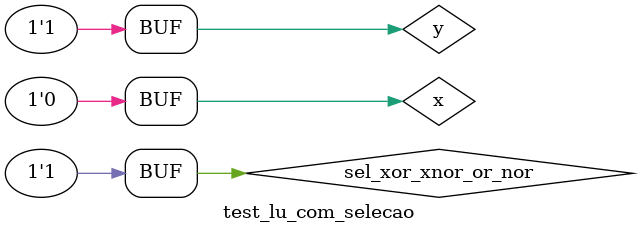
<source format=v>

module lu_com_selecao (
  output wire out,
  input wire a,
  input wire b,
  input wire sel_xor_xnor_or_nor
);
  // Define fios locais
  wire xor_result, xnor_result, or_result, nor_result;
  wire resultado_grupo;

  // Porta XOR
  xor porta_XOR (
    xor_result,
    a,
    b
  );

  // Porta XNOR
  xnor porta_XNOR (
    xnor_result,
    a,
    b
  );

  // Porta OR
  or porta_OR (
    or_result,
    a,
    b
  );

  // Porta NOR
  nor porta_NOR (
    nor_result,
    a,
    b
  );

  // Seleciona o resultado do grupo
  assign resultado_grupo = (sel_xor_xnor_or_nor == 2'b00) ? xor_result :
                       (sel_xor_xnor_or_nor == 2'b01) ? xnor_result :
                       (sel_xor_xnor_or_nor == 2'b10) ? or_result : nor_result;

  // Saída
  assign out = resultado_grupo;

endmodule // lu_com_selecao

// -------------------------
// test_lu_com_selecao
// -------------------------
module test_lu_com_selecao;
  // Define dados
  reg x;
  reg y;
  reg sel_xor_xnor_or_nor;
  wire w;

  // Instancia o módulo LU
  lu_com_selecao lu_mod (
    w,
    x,
    y,
    sel_xor_xnor_or_nor
  );

  // Parte principal
  initial begin : main
    $display("Guia_0704 - Fábio Andrade - 808674");
    $display("Teste da Unidade Lógica com Seleção");
    $display(" x y sel_xor_xnor_or_nor out");
    x = 1'b0; y = 1'b1; sel_xor_xnor_or_nor = 2'b00;

    // Projeta testes para o módulo
    #1 $monitor("%4b %4b %4b %4b", x, y, sel_xor_xnor_or_nor, w);
    #1 sel_xor_xnor_or_nor = 2'b01;
  end

endmodule // test_lu_com_selecao

</source>
